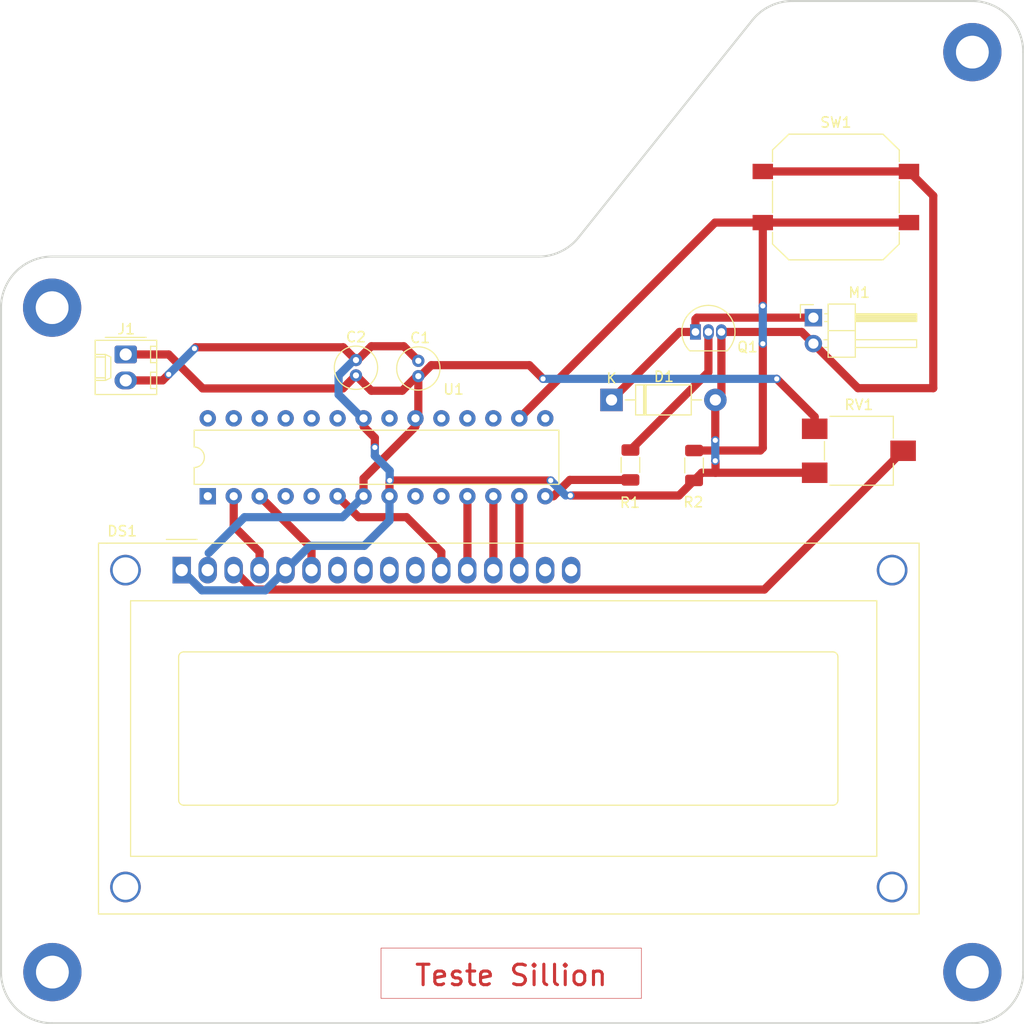
<source format=kicad_pcb>
(kicad_pcb (version 20240108) (generator "pcbnew") (generator_version "8.0")
  (layers (0 "F.Cu" signal) (31 "B.Cu" signal) (34 "B.Paste" user) (35 "F.Paste" user) (36 "B.SilkS" user "B.Silkscreen") (37 "F.SilkS" user "F.Silkscreen") (38 "B.Mask" user) (39 "F.Mask" user) (44 "Edge.Cuts" user))
  (net 0 "")
  (net 1 "+5V")
  (net 2 "GND")
  (net 3 "Net-(D1-K)")
  (net 5 "/B2")
  (net 6 "Net-(DS1-VO)")
  (net 9 "/B1")
  (net 10 "/B3")
  (net 11 "/B0")
  (net 13 "/B4")
  (net 16 "/B5")
  (net 17 "Net-(Q1-B)")
  (net 18 "Net-(U1-PB0)")
  (net 27 "Net-(U1-PB2)")
  (footprint "MountingHole:MountingHole_3.2mm_M3_ISO7380_Pad" (layer "F.Cu") (at 196 145.5)
    (property "Reference" "REF**" (hide yes))
    (property "Value" "MountingHole_3.2mm_M3_ISO7380_Pad" (hide yes))
    (pad "1" thru_hole circle (at 0 0) (size 5.7 5.7) (drill 3.2) (layers "*.Cu" "*.Mask"))
  )
  (footprint "Button_Switch_SMD:SW_Push_1P1T_NO_CK_PTS125Sx43PSMTR" (layer "F.Cu") (at 182.65 69.675)
    (property "Reference" "SW1" (at 0 -7.3 0) (layer "F.SilkS"))
    (property "Value" "SW_Push")
    (fp_line (start -6.2 -4.6) (end -4.6 -6.15) (stroke (width 0.12)) (layer "F.SilkS"))
    (fp_line (start -6.2 -3.45) (end -6.2 -4.6) (stroke (width 0.12)) (layer "F.SilkS"))
    (fp_line (start -6.2 -1.55) (end -6.2 1.55) (stroke (width 0.12)) (layer "F.SilkS"))
    (fp_line (start -6.2 3.45) (end -6.2 4.6) (stroke (width 0.12)) (layer "F.SilkS"))
    (fp_line (start -6.2 4.6) (end -4.6 6.15) (stroke (width 0.12)) (layer "F.SilkS"))
    (fp_line (start -4.6 -6.15) (end 4.6 -6.15) (stroke (width 0.12)) (layer "F.SilkS"))
    (fp_line (start -4.6 6.15) (end 4.6 6.15) (stroke (width 0.12)) (layer "F.SilkS"))
    (fp_line (start 4.6 -6.15) (end 6.2 -4.6) (stroke (width 0.12)) (layer "F.SilkS"))
    (fp_line (start 4.6 6.15) (end 6.2 4.6) (stroke (width 0.12)) (layer "F.SilkS"))
    (fp_line (start 6.2 -3.45) (end 6.2 -4.6) (stroke (width 0.12)) (layer "F.SilkS"))
    (fp_line (start 6.2 -1.55) (end 6.2 1.55) (stroke (width 0.12)) (layer "F.SilkS"))
    (fp_line (start 6.2 3.45) (end 6.2 4.6) (stroke (width 0.12)) (layer "F.SilkS"))
    (pad "" np_thru_hole circle (at 0 -4.5) (size 2 2) (drill 2) (layers "*.Cu" "*.Mask"))
    (pad "" np_thru_hole circle (at 0 4.5) (size 2 2) (drill 2) (layers "*.Cu" "*.Mask"))
    (pad "1" smd rect (at -7.15 -2.5) (size 2 1.5) (layers "F.Cu" "F.Paste" "F.Mask") (net 2 "GND"))
    (pad "1" smd rect (at 7.15 -2.5) (size 2 1.5) (layers "F.Cu" "F.Paste" "F.Mask") (net 2 "GND"))
    (pad "2" smd rect (at -7.15 2.5) (size 2 1.5) (layers "F.Cu" "F.Paste" "F.Mask") (net 27 "Net-(U1-PB2)"))
    (pad "2" smd rect (at 7.15 2.5) (size 2 1.5) (layers "F.Cu" "F.Paste" "F.Mask") (net 27 "Net-(U1-PB2)"))
  )
  (footprint "Capacitor_THT:C_Radial_D4.0mm_H5.0mm_P1.50mm" (layer "F.Cu") (at 135.7 85.625 -90)
    (property "Reference" "C2" (at -2.25 0 180) (layer "F.SilkS"))
    (property "Value" "100nF")
    (fp_circle (center 0.75 0) (end 2.87 0) (stroke (width 0.12)) (fill none) (layer "F.SilkS"))
    (pad "1" thru_hole circle (at 0 0 270) (size 1.2 1.2) (drill 0.6) (layers "*.Cu" "*.Mask") (net 2 "GND"))
    (pad "2" thru_hole circle (at 1.5 0 270) (size 1.2 1.2) (drill 0.6) (layers "*.Cu" "*.Mask") (net 1 "+5V"))
  )
  (footprint "Resistor_SMD:R_1206_3216Metric" (layer "F.Cu") (at 168.775 95.9375 -90)
    (property "Reference" "R2" (at 3.5875 0.075 180) (layer "F.SilkS"))
    (property "Value" "10k")
    (fp_line (start -0.727064 0.91) (end 0.727064 0.91) (stroke (width 0.12)) (layer "F.SilkS"))
    (fp_line (start -0.727064 -0.91) (end 0.727064 -0.91) (stroke (width 0.12)) (layer "F.SilkS"))
    (pad "1" smd roundrect (at -1.4625 0 270) (size 1.125 1.75) (layers "F.Cu" "F.Paste" "F.Mask") (roundrect_rratio 0.222222) (net 27 "Net-(U1-PB2)"))
    (pad "2" smd roundrect (at 1.4625 0 270) (size 1.125 1.75) (layers "F.Cu" "F.Paste" "F.Mask") (roundrect_rratio 0.222222) (net 2 "GND"))
  )
  (footprint "MountingHole:MountingHole_3.2mm_M3_ISO7380_Pad" (layer "F.Cu") (at 196 55.5)
    (property "Reference" "REF**" (hide yes))
    (property "Value" "MountingHole_3.2mm_M3_ISO7380_Pad" (hide yes))
    (pad "1" thru_hole circle (at 0 0) (size 5.7 5.7) (drill 3.2) (layers "*.Cu" "*.Mask"))
  )
  (footprint "Package_DIP:DIP-28_W7.62mm" (layer "F.Cu") (at 121.2 98.945 90)
    (property "Reference" "U1" (at 10.45 24.05 180) (layer "F.SilkS"))
    (property "Value" "ATmega328-P")
    (fp_line (start 6.46 -1.33) (end 4.81 -1.33) (stroke (width 0.12)) (layer "F.SilkS"))
    (fp_line (start 2.81 -1.33) (end 1.16 -1.33) (stroke (width 0.12)) (layer "F.SilkS"))
    (fp_line (start 1.16 -1.33) (end 1.16 34.35) (stroke (width 0.12)) (layer "F.SilkS"))
    (fp_line (start 6.46 34.35) (end 6.46 -1.33) (stroke (width 0.12)) (layer "F.SilkS"))
    (fp_line (start 1.16 34.35) (end 6.46 34.35) (stroke (width 0.12)) (layer "F.SilkS"))
    (fp_arc (start 4.81 -1.33) (mid 3.81 -0.33) (end 2.81 -1.33) (stroke (width 0.12)) (layer "F.SilkS"))
    (pad "1" thru_hole rect (at 0 0 90) (size 1.6 1.6) (drill 0.8) (layers "*.Cu" "*.Mask"))
    (pad "2" thru_hole oval (at 0 2.54 90) (size 1.6 1.6) (drill 0.8) (layers "*.Cu" "*.Mask") (net 11 "/B0"))
    (pad "3" thru_hole oval (at 0 5.08 90) (size 1.6 1.6) (drill 0.8) (layers "*.Cu" "*.Mask") (net 9 "/B1"))
    (pad "4" thru_hole oval (at 0 7.62 90) (size 1.6 1.6) (drill 0.8) (layers "*.Cu" "*.Mask"))
    (pad "5" thru_hole oval (at 0 10.16 90) (size 1.6 1.6) (drill 0.8) (layers "*.Cu" "*.Mask"))
    (pad "6" thru_hole oval (at 0 12.7 90) (size 1.6 1.6) (drill 0.8) (layers "*.Cu" "*.Mask") (net 5 "/B2"))
    (pad "7" thru_hole oval (at 0 15.24 90) (size 1.6 1.6) (drill 0.8) (layers "*.Cu" "*.Mask") (net 1 "+5V"))
    (pad "8" thru_hole oval (at 0 17.78 90) (size 1.6 1.6) (drill 0.8) (layers "*.Cu" "*.Mask") (net 2 "GND"))
    (pad "9" thru_hole oval (at 0 20.32 90) (size 1.6 1.6) (drill 0.8) (layers "*.Cu" "*.Mask"))
    (pad "10" thru_hole oval (at 0 22.86 90) (size 1.6 1.6) (drill 0.8) (layers "*.Cu" "*.Mask"))
    (pad "11" thru_hole oval (at 0 25.4 90) (size 1.6 1.6) (drill 0.8) (layers "*.Cu" "*.Mask") (net 10 "/B3"))
    (pad "12" thru_hole oval (at 0 27.94 90) (size 1.6 1.6) (drill 0.8) (layers "*.Cu" "*.Mask") (net 13 "/B4"))
    (pad "13" thru_hole oval (at 0 30.48 90) (size 1.6 1.6) (drill 0.8) (layers "*.Cu" "*.Mask") (net 16 "/B5"))
    (pad "14" thru_hole oval (at 0 33.02 90) (size 1.6 1.6) (drill 0.8) (layers "*.Cu" "*.Mask") (net 18 "Net-(U1-PB0)"))
    (pad "15" thru_hole oval (at 7.62 33.02 90) (size 1.6 1.6) (drill 0.8) (layers "*.Cu" "*.Mask"))
    (pad "16" thru_hole oval (at 7.62 30.48 90) (size 1.6 1.6) (drill 0.8) (layers "*.Cu" "*.Mask") (net 27 "Net-(U1-PB2)"))
    (pad "17" thru_hole oval (at 7.62 27.94 90) (size 1.6 1.6) (drill 0.8) (layers "*.Cu" "*.Mask"))
    (pad "18" thru_hole oval (at 7.62 25.4 90) (size 1.6 1.6) (drill 0.8) (layers "*.Cu" "*.Mask"))
    (pad "19" thru_hole oval (at 7.62 22.86 90) (size 1.6 1.6) (drill 0.8) (layers "*.Cu" "*.Mask"))
    (pad "20" thru_hole oval (at 7.62 20.32 90) (size 1.6 1.6) (drill 0.8) (layers "*.Cu" "*.Mask") (net 1 "+5V"))
    (pad "21" thru_hole oval (at 7.62 17.78 90) (size 1.6 1.6) (drill 0.8) (layers "*.Cu" "*.Mask"))
    (pad "22" thru_hole oval (at 7.62 15.24 90) (size 1.6 1.6) (drill 0.8) (layers "*.Cu" "*.Mask") (net 2 "GND"))
    (pad "23" thru_hole oval (at 7.62 12.7 90) (size 1.6 1.6) (drill 0.8) (layers "*.Cu" "*.Mask"))
    (pad "24" thru_hole oval (at 7.62 10.16 90) (size 1.6 1.6) (drill 0.8) (layers "*.Cu" "*.Mask"))
    (pad "25" thru_hole oval (at 7.62 7.62 90) (size 1.6 1.6) (drill 0.8) (layers "*.Cu" "*.Mask"))
    (pad "26" thru_hole oval (at 7.62 5.08 90) (size 1.6 1.6) (drill 0.8) (layers "*.Cu" "*.Mask"))
    (pad "27" thru_hole oval (at 7.62 2.54 90) (size 1.6 1.6) (drill 0.8) (layers "*.Cu" "*.Mask"))
    (pad "28" thru_hole oval (at 7.62 0 90) (size 1.6 1.6) (drill 0.8) (layers "*.Cu" "*.Mask"))
  )
  (footprint "MountingHole:MountingHole_3.2mm_M3_ISO7380_Pad" (layer "F.Cu") (at 106 145.5)
    (property "Reference" "REF**" (hide yes))
    (property "Value" "MountingHole_3.2mm_M3_ISO7380_Pad" (hide yes))
    (pad "1" thru_hole circle (at 0 0) (size 5.7 5.7) (drill 3.2) (layers "*.Cu" "*.Mask"))
  )
  (footprint "Display:WC1602A" (layer "F.Cu") (at 118.65 106.175)
    (property "Reference" "DS1" (at -5.82 -3.81 0) (layer "F.SilkS"))
    (property "Value" "WC1602A")
    (fp_line (start -8.14 -2.64) (end -8.14 33.64) (stroke (width 0.12)) (layer "F.SilkS"))
    (fp_line (start -8.14 33.64) (end 72.14 33.64) (stroke (width 0.12)) (layer "F.SilkS"))
    (fp_line (start -8.13 -2.64) (end -7.34 -2.64) (stroke (width 0.12)) (layer "F.SilkS"))
    (fp_line (start -5 3) (end 68 3) (stroke (width 0.12)) (layer "F.SilkS"))
    (fp_line (start -5 28) (end -5 3) (stroke (width 0.12)) (layer "F.SilkS"))
    (fp_line (start -1.5 -3) (end 1.5 -3) (stroke (width 0.12)) (layer "F.SilkS"))
    (fp_line (start -0.29972 22.49932) (end -0.29972 8.5) (stroke (width 0.12)) (layer "F.SilkS"))
    (fp_line (start 0.2 8) (end 63.7 8) (stroke (width 0.12)) (layer "F.SilkS"))
    (fp_line (start 63.70066 23) (end 0.2 23) (stroke (width 0.12)) (layer "F.SilkS"))
    (fp_line (start 64.2 8.5) (end 64.2 22.5) (stroke (width 0.12)) (layer "F.SilkS"))
    (fp_line (start 68 3) (end 68 28) (stroke (width 0.12)) (layer "F.SilkS"))
    (fp_line (start 68 28) (end -5 28) (stroke (width 0.12)) (layer "F.SilkS"))
    (fp_line (start 72.14 -2.64) (end -7.34 -2.64) (stroke (width 0.12)) (layer "F.SilkS"))
    (fp_line (start 72.14 33.64) (end 72.14 -2.64) (stroke (width 0.12)) (layer "F.SilkS"))
    (fp_arc (start -0.29972 8.49884) (mid -0.153162 8.145018) (end 0.20066 7.99846) (stroke (width 0.12)) (layer "F.SilkS"))
    (fp_arc (start 0.20066 22.9997) (mid -0.153162 22.853142) (end -0.29972 22.49932) (stroke (width 0.12)) (layer "F.SilkS"))
    (fp_arc (start 63.7 8) (mid 64.053553 8.146447) (end 64.2 8.5) (stroke (width 0.12)) (layer "F.SilkS"))
    (fp_arc (start 64.20104 22.49932) (mid 64.054473 22.853115) (end 63.70066 22.9997) (stroke (width 0.12)) (layer "F.SilkS"))
    (pad "" thru_hole circle (at -5.4991 0) (size 3 3) (drill 2.5) (layers "*.Cu" "*.Mask"))
    (pad "" thru_hole circle (at -5.4991 31.0007) (size 3 3) (drill 2.5) (layers "*.Cu" "*.Mask"))
    (pad "" thru_hole circle (at 69.49948 31.0007) (size 3 3) (drill 2.5) (layers "*.Cu" "*.Mask"))
    (pad "" thru_hole circle (at 69.5 0) (size 3 3) (drill 2.5) (layers "*.Cu" "*.Mask"))
    (pad "1" thru_hole rect (at 0 0) (size 1.8 2.6) (drill 1.2) (layers "*.Cu" "*.Mask") (net 2 "GND"))
    (pad "2" thru_hole oval (at 2.54 0) (size 1.8 2.6) (drill 1.2) (layers "*.Cu" "*.Mask") (net 1 "+5V"))
    (pad "3" thru_hole oval (at 5.08 0) (size 1.8 2.6) (drill 1.2) (layers "*.Cu" "*.Mask") (net 6 "Net-(DS1-VO)"))
    (pad "4" thru_hole oval (at 7.62 0) (size 1.8 2.6) (drill 1.2) (layers "*.Cu" "*.Mask") (net 11 "/B0"))
    (pad "5" thru_hole oval (at 10.16 0) (size 1.8 2.6) (drill 1.2) (layers "*.Cu" "*.Mask") (net 2 "GND"))
    (pad "6" thru_hole oval (at 12.7 0) (size 1.8 2.6) (drill 1.2) (layers "*.Cu" "*.Mask") (net 9 "/B1"))
    (pad "7" thru_hole oval (at 15.24 0) (size 1.8 2.6) (drill 1.2) (layers "*.Cu" "*.Mask"))
    (pad "8" thru_hole oval (at 17.78 0) (size 1.8 2.6) (drill 1.2) (layers "*.Cu" "*.Mask"))
    (pad "9" thru_hole oval (at 20.32 0) (size 1.8 2.6) (drill 1.2) (layers "*.Cu" "*.Mask"))
    (pad "10" thru_hole oval (at 22.86 0) (size 1.8 2.6) (drill 1.2) (layers "*.Cu" "*.Mask"))
    (pad "11" thru_hole oval (at 25.4 0) (size 1.8 2.6) (drill 1.2) (layers "*.Cu" "*.Mask") (net 5 "/B2"))
    (pad "12" thru_hole oval (at 27.94 0) (size 1.8 2.6) (drill 1.2) (layers "*.Cu" "*.Mask") (net 10 "/B3"))
    (pad "13" thru_hole oval (at 30.48 0) (size 1.8 2.6) (drill 1.2) (layers "*.Cu" "*.Mask") (net 13 "/B4"))
    (pad "14" thru_hole oval (at 33.02 0) (size 1.8 2.6) (drill 1.2) (layers "*.Cu" "*.Mask") (net 16 "/B5"))
    (pad "15" thru_hole oval (at 35.56 0) (size 1.8 2.6) (drill 1.2) (layers "*.Cu" "*.Mask"))
    (pad "16" thru_hole oval (at 38.1 0) (size 1.8 2.6) (drill 1.2) (layers "*.Cu" "*.Mask"))
  )
  (footprint "Connector_PinHeader_2.54mm:PinHeader_1x02_P2.54mm_Horizontal" (layer "F.Cu") (at 180.45 81.475)
    (property "Reference" "M1" (at 4.475 -2.45 0) (layer "F.SilkS"))
    (property "Value" "Motor_DC")
    (fp_line (start -1.27 -1.27) (end 0 -1.27) (stroke (width 0.12)) (layer "F.SilkS"))
    (fp_line (start -1.27 0) (end -1.27 -1.27) (stroke (width 0.12)) (layer "F.SilkS"))
    (fp_line (start 1.042929 2.16) (end 1.44 2.16) (stroke (width 0.12)) (layer "F.SilkS"))
    (fp_line (start 1.042929 2.92) (end 1.44 2.92) (stroke (width 0.12)) (layer "F.SilkS"))
    (fp_line (start 1.11 -0.38) (end 1.44 -0.38) (stroke (width 0.12)) (layer "F.SilkS"))
    (fp_line (start 1.11 0.38) (end 1.44 0.38) (stroke (width 0.12)) (layer "F.SilkS"))
    (fp_line (start 1.44 -1.33) (end 1.44 3.87) (stroke (width 0.12)) (layer "F.SilkS"))
    (fp_line (start 1.44 1.27) (end 4.1 1.27) (stroke (width 0.12)) (layer "F.SilkS"))
    (fp_line (start 1.44 3.87) (end 4.1 3.87) (stroke (width 0.12)) (layer "F.SilkS"))
    (fp_line (start 4.1 -1.33) (end 1.44 -1.33) (stroke (width 0.12)) (layer "F.SilkS"))
    (fp_line (start 4.1 -0.38) (end 10.1 -0.38) (stroke (width 0.12)) (layer "F.SilkS"))
    (fp_line (start 4.1 -0.32) (end 10.1 -0.32) (stroke (width 0.12)) (layer "F.SilkS"))
    (fp_line (start 4.1 -0.2) (end 10.1 -0.2) (stroke (width 0.12)) (layer "F.SilkS"))
    (fp_line (start 4.1 -0.08) (end 10.1 -0.08) (stroke (width 0.12)) (layer "F.SilkS"))
    (fp_line (start 4.1 0.04) (end 10.1 0.04) (stroke (width 0.12)) (layer "F.SilkS"))
    (fp_line (start 4.1 0.16) (end 10.1 0.16) (stroke (width 0.12)) (layer "F.SilkS"))
    (fp_line (start 4.1 0.28) (end 10.1 0.28) (stroke (width 0.12)) (layer "F.SilkS"))
    (fp_line (start 4.1 2.16) (end 10.1 2.16) (stroke (width 0.12)) (layer "F.SilkS"))
    (fp_line (start 4.1 3.87) (end 4.1 -1.33) (stroke (width 0.12)) (layer "F.SilkS"))
    (fp_line (start 10.1 -0.38) (end 10.1 0.38) (stroke (width 0.12)) (layer "F.SilkS"))
    (fp_line (start 10.1 0.38) (end 4.1 0.38) (stroke (width 0.12)) (layer "F.SilkS"))
    (fp_line (start 10.1 2.16) (end 10.1 2.92) (stroke (width 0.12)) (layer "F.SilkS"))
    (fp_line (start 10.1 2.92) (end 4.1 2.92) (stroke (width 0.12)) (layer "F.SilkS"))
    (pad "1" thru_hole rect (at 0 0) (size 1.7 1.7) (drill 1) (layers "*.Cu" "*.Mask") (net 3 "Net-(D1-K)"))
    (pad "2" thru_hole oval (at 0 2.54) (size 1.7 1.7) (drill 1) (layers "*.Cu" "*.Mask") (net 2 "GND"))
  )
  (footprint "Package_TO_SOT_THT:TO-92_Inline" (layer "F.Cu") (at 168.91 82.875)
    (property "Reference" "Q1" (at 5.09 1.475 0) (layer "F.SilkS"))
    (property "Value" "BC547")
    (fp_line (start -0.53 1.85) (end 3.07 1.85) (stroke (width 0.12)) (layer "F.SilkS"))
    (fp_arc (start -0.568478 1.838478) (mid -1.132087 -0.994977) (end 1.27 -2.6) (stroke (width 0.12)) (layer "F.SilkS"))
    (fp_arc (start 1.27 -2.6) (mid 3.672087 -0.994977) (end 3.108478 1.838478) (stroke (width 0.12)) (layer "F.SilkS"))
    (pad "1" thru_hole rect (at 0 0) (size 1.05 1.5) (drill 0.75) (layers "*.Cu" "*.Mask") (net 3 "Net-(D1-K)"))
    (pad "2" thru_hole oval (at 1.27 0) (size 1.05 1.5) (drill 0.75) (layers "*.Cu" "*.Mask") (net 17 "Net-(Q1-B)"))
    (pad "3" thru_hole oval (at 2.54 0) (size 1.05 1.5) (drill 0.75) (layers "*.Cu" "*.Mask") (net 2 "GND"))
  )
  (footprint "MountingHole:MountingHole_3.2mm_M3_ISO7380_Pad" (layer "F.Cu") (at 105.975 80.5)
    (property "Reference" "REF**" (hide yes))
    (property "Value" "MountingHole_3.2mm_M3_ISO7380_Pad" (hide yes))
    (pad "1" thru_hole circle (at 0 0) (size 5.7 5.7) (drill 3.2) (layers "*.Cu" "*.Mask"))
  )
  (footprint "Connector_Molex:Molex_KK-254_AE-6410-02A_1x02_P2.54mm_Vertical" (layer "F.Cu") (at 113.175 85.075 -90)
    (property "Reference" "J1" (at -2.475 -0.05 180) (layer "F.SilkS"))
    (property "Value" "Conn_01x02_Pin")
    (fp_line (start -1.38 2.99) (end 3.92 2.99) (stroke (width 0.12)) (layer "F.SilkS"))
    (fp_line (start 0 2.99) (end 0 1.99) (stroke (width 0.12)) (layer "F.SilkS"))
    (fp_line (start 0.25 2.99) (end 0.25 1.99) (stroke (width 0.12)) (layer "F.SilkS"))
    (fp_line (start 2.29 2.99) (end 2.29 1.99) (stroke (width 0.12)) (layer "F.SilkS"))
    (fp_line (start 3.92 2.99) (end 3.92 -3.03) (stroke (width 0.12)) (layer "F.SilkS"))
    (fp_line (start 0 1.99) (end 2.54 1.99) (stroke (width 0.12)) (layer "F.SilkS"))
    (fp_line (start 0 1.99) (end 0.25 1.46) (stroke (width 0.12)) (layer "F.SilkS"))
    (fp_line (start 2.54 1.99) (end 2.54 2.99) (stroke (width 0.12)) (layer "F.SilkS"))
    (fp_line (start 0.25 1.46) (end 2.29 1.46) (stroke (width 0.12)) (layer "F.SilkS"))
    (fp_line (start 2.29 1.46) (end 2.54 1.99) (stroke (width 0.12)) (layer "F.SilkS"))
    (fp_line (start -1.67 -2) (end -1.67 2) (stroke (width 0.12)) (layer "F.SilkS"))
    (fp_line (start -0.8 -2.43) (end 0.8 -2.43) (stroke (width 0.12)) (layer "F.SilkS"))
    (fp_line (start 0.8 -2.43) (end 0.8 -3.03) (stroke (width 0.12)) (layer "F.SilkS"))
    (fp_line (start 1.74 -2.43) (end 3.34 -2.43) (stroke (width 0.12)) (layer "F.SilkS"))
    (fp_line (start 3.34 -2.43) (end 3.34 -3.03) (stroke (width 0.12)) (layer "F.SilkS"))
    (fp_line (start -1.38 -3.03) (end -1.38 2.99) (stroke (width 0.12)) (layer "F.SilkS"))
    (fp_line (start -0.8 -3.03) (end -0.8 -2.43) (stroke (width 0.12)) (layer "F.SilkS"))
    (fp_line (start 1.74 -3.03) (end 1.74 -2.43) (stroke (width 0.12)) (layer "F.SilkS"))
    (fp_line (start 3.92 -3.03) (end -1.38 -3.03) (stroke (width 0.12)) (layer "F.SilkS"))
    (pad "1" thru_hole roundrect (at 0 0 270) (size 1.74 2.19) (drill 1.19) (layers "*.Cu" "*.Mask") (roundrect_rratio 0.143678) (net 1 "+5V"))
    (pad "2" thru_hole oval (at 2.54 0 270) (size 1.74 2.19) (drill 1.19) (layers "*.Cu" "*.Mask") (net 2 "GND"))
  )
  (footprint "Capacitor_THT:C_Radial_D4.0mm_H5.0mm_P1.50mm" (layer "F.Cu") (at 141.8 87.2 90)
    (property "Reference" "C1" (at 3.75 0.175 180) (layer "F.SilkS"))
    (property "Value" "100nF")
    (fp_circle (center 0.75 0) (end 2.87 0) (stroke (width 0.12)) (fill none) (layer "F.SilkS"))
    (pad "1" thru_hole circle (at 0 0 90) (size 1.2 1.2) (drill 0.6) (layers "*.Cu" "*.Mask") (net 1 "+5V"))
    (pad "2" thru_hole circle (at 1.5 0 90) (size 1.2 1.2) (drill 0.6) (layers "*.Cu" "*.Mask") (net 2 "GND"))
  )
  (footprint "Resistor_SMD:R_1206_3216Metric" (layer "F.Cu") (at 162.55 95.8875 90)
    (property "Reference" "R1" (at -3.6875 -0.05 180) (layer "F.SilkS"))
    (property "Value" "220")
    (fp_line (start -0.727064 -0.91) (end 0.727064 -0.91) (stroke (width 0.12)) (layer "F.SilkS"))
    (fp_line (start -0.727064 0.91) (end 0.727064 0.91) (stroke (width 0.12)) (layer "F.SilkS"))
    (pad "1" smd roundrect (at -1.4625 0 90) (size 1.125 1.75) (layers "F.Cu" "F.Paste" "F.Mask") (roundrect_rratio 0.222222) (net 18 "Net-(U1-PB0)"))
    (pad "2" smd roundrect (at 1.4625 0 90) (size 1.125 1.75) (layers "F.Cu" "F.Paste" "F.Mask") (roundrect_rratio 0.222222) (net 17 "Net-(Q1-B)"))
  )
  (footprint "Diode_THT:D_DO-41_SOD81_P10.16mm_Horizontal" (layer "F.Cu") (at 160.7 89.525)
    (property "Reference" "D1" (at 5.125 -2.275 0) (layer "F.SilkS"))
    (property "Value" "1N4007")
    (fp_line (start 1.34 0) (end 2.36 0) (stroke (width 0.12)) (layer "F.SilkS"))
    (fp_line (start 2.36 -1.47) (end 2.36 1.47) (stroke (width 0.12)) (layer "F.SilkS"))
    (fp_line (start 2.36 1.47) (end 7.8 1.47) (stroke (width 0.12)) (layer "F.SilkS"))
    (fp_line (start 3.14 -1.47) (end 3.14 1.47) (stroke (width 0.12)) (layer "F.SilkS"))
    (fp_line (start 3.26 -1.47) (end 3.26 1.47) (stroke (width 0.12)) (layer "F.SilkS"))
    (fp_line (start 3.38 -1.47) (end 3.38 1.47) (stroke (width 0.12)) (layer "F.SilkS"))
    (fp_line (start 7.8 -1.47) (end 2.36 -1.47) (stroke (width 0.12)) (layer "F.SilkS"))
    (fp_line (start 7.8 1.47) (end 7.8 -1.47) (stroke (width 0.12)) (layer "F.SilkS"))
    (fp_line (start 8.82 0) (end 7.8 0) (stroke (width 0.12)) (layer "F.SilkS"))
    (fp_text user "K" (at 0 -2.1 0) (layer "F.SilkS"))
    (pad "1" thru_hole rect (at 0 0) (size 2.2 2.2) (drill 1.1) (layers "*.Cu" "*.Mask") (net 3 "Net-(D1-K)"))
    (pad "2" thru_hole oval (at 10.16 0) (size 2.2 2.2) (drill 1.1) (layers "*.Cu" "*.Mask") (net 2 "GND"))
  )
  (footprint "Potentiometer_SMD:Potentiometer_ACP_CA6-VSMD_Vertical" (layer "F.Cu") (at 184.9 94.5)
    (property "Reference" "RV1" (at 0 -4.5 0) (layer "F.SilkS"))
    (property "Value" "R_Potentiometer_Trim")
    (fp_line (start -3.37 -0.909) (end -3.37 0.91) (stroke (width 0.12)) (layer "F.SilkS"))
    (fp_line (start -2.834 -3.371) (end 3.37 -3.371) (stroke (width 0.12)) (layer "F.SilkS"))
    (fp_line (start -2.834 3.37) (end 3.37 3.37) (stroke (width 0.12)) (layer "F.SilkS"))
    (fp_line (start 3.37 -3.371) (end 3.37 -1.24) (stroke (width 0.12)) (layer "F.SilkS"))
    (fp_line (start 3.37 1.24) (end 3.37 3.37) (stroke (width 0.12)) (layer "F.SilkS"))
    (pad "1" smd rect (at -4.325 2.15) (size 2.5 2) (layers "F.Cu" "F.Paste" "F.Mask") (net 2 "GND"))
    (pad "2" smd rect (at 4.325 0) (size 2.5 2) (layers "F.Cu" "F.Paste" "F.Mask") (net 6 "Net-(DS1-VO)"))
    (pad "3" smd rect (at -4.325 -2.15) (size 2.5 2) (layers "F.Cu" "F.Paste" "F.Mask") (net 1 "+5V"))
  )
  (gr_arc (start 157.467618 73.634226) (mid 155.73163 75.009497) (end 153.5719 75.499999) (stroke (width 0.2)) (layer "Edge.Cuts"))
  (gr_line (start 100.975 145.5) (end 100.975 80.5) (stroke (width 0.2)) (layer "Edge.Cuts"))
  (gr_arc (start 100.975 80.5) (mid 102.439466 76.964466) (end 105.975 75.5) (stroke (width 0.2)) (layer "Edge.Cuts"))
  (gr_line (start 105.975 75.5) (end 153.5719 75.5) (stroke (width 0.2)) (layer "Edge.Cuts"))
  (gr_line (start 105.975 150.5) (end 195.975 150.5) (stroke (width 0.2)) (layer "Edge.Cuts"))
  (gr_arc (start 195.975 50.5) (mid 199.510534 51.964466) (end 200.975 55.5) (stroke (width 0.2)) (layer "Edge.Cuts"))
  (gr_circle (center 106 145.5) (end 107.5 145.5) (stroke (width 0.2)) (fill none) (layer "Edge.Cuts"))
  (gr_arc (start 200.975 145.5) (mid 199.510534 149.035534) (end 195.975 150.5) (stroke (width 0.2)) (layer "Edge.Cuts"))
  (gr_arc (start 105.975 150.5) (mid 102.439466 149.035534) (end 100.975 145.5) (stroke (width 0.2)) (layer "Edge.Cuts"))
  (gr_line (start 195.975 50.5) (end 178.3781 50.5) (stroke (width 0.2)) (layer "Edge.Cuts"))
  (gr_circle (center 196 145.5) (end 197.5 145.5) (stroke (width 0.2)) (fill none) (layer "Edge.Cuts"))
  (gr_circle (center 196 55.5) (end 197.5 55.5) (stroke (width 0.2)) (fill none) (layer "Edge.Cuts"))
  (gr_line (start 200.975 145.5) (end 200.975 55.5) (stroke (width 0.2)) (layer "Edge.Cuts"))
  (gr_arc (start 174.46516 52.387299) (mid 176.205947 50.996473) (end 178.3781 50.5) (stroke (width 0.2)) (layer "Edge.Cuts"))
  (gr_line (start 174.46516 52.387299) (end 157.467618 73.634226) (stroke (width 0.2)) (layer "Edge.Cuts"))
  (gr_circle (center 105.975 80.5) (end 107.475 80.5) (stroke (width 0.2)) (fill none) (layer "Edge.Cuts"))
  (gr_line (start 153.5719 75.499999) (end 153.5719 75.5) (stroke (width 0.2)) (layer "Edge.Cuts"))
  (gr_text_box "Teste Sillion" (start 138.15 143.15) (end 163.625 148.075) (layer "F.Cu") (effects (font (size 2 2) (thickness 0.3)) (justify top)) (border yes) (stroke (width 0.05)))
  (segment (start 135.7 87.125) (end 137.2 88.625) (width 0.8) (layer "F.Cu") (net 1))
  (segment (start 136.44 98.945) (end 136.44 97.21) (width 0.8) (layer "F.Cu") (net 1))
  (segment (start 180.575 91.175) (end 180.575 92.35) (width 0.8) (layer "F.Cu") (net 1))
  (segment (start 113.175 85.075) (end 117.375 85.075) (width 0.8) (layer "F.Cu") (net 1))
  (segment (start 137.2 88.625) (end 140.225 88.625) (width 0.8) (layer "F.Cu") (net 1))
  (segment (start 141.997057 87.2) (end 141.8 87.2) (width 0.8) (layer "F.Cu") (net 1))
  (segment (start 141.9 91.75) (end 141.525 92.125) (width 0.5) (layer "F.Cu") (net 1))
  (segment (start 134.425 88.4) (end 135.7 87.125) (width 0.8) (layer "F.Cu") (net 1))
  (segment (start 120.7 88.4) (end 134.425 88.4) (width 0.8) (layer "F.Cu") (net 1))
  (segment (start 140.225 88.625) (end 141.725 87.125) (width 0.8) (layer "F.Cu") (net 1))
  (segment (start 152.662502 86.125) (end 143.072057 86.125) (width 0.8) (layer "F.Cu") (net 1))
  (segment (start 117.375 85.075) (end 120.7 88.4) (width 0.8) (layer "F.Cu") (net 1))
  (segment (start 136.44 97.21) (end 141.525 92.125) (width 0.8) (layer "F.Cu") (net 1))
  (segment (start 141.725 87.125) (end 141.8 87.2) (width 0.5) (layer "F.Cu") (net 1))
  (segment (start 154.000002 87.4625) (end 152.662502 86.125) (width 0.8) (layer "F.Cu") (net 1))
  (segment (start 143.072057 86.125) (end 141.997057 87.2) (width 0.8) (layer "F.Cu") (net 1))
  (segment (start 176.8625 87.4625) (end 180.575 91.175) (width 0.8) (layer "F.Cu") (net 1))
  (segment (start 141.8 87.2) (end 141.8 90.975) (width 0.8) (layer "F.Cu") (net 1))
  (via (at 176.8625 87.4625) (size 0.8) (drill 0.5) (layers "F.Cu" "B.Cu") (net 1))
  (via (at 154.000002 87.4625) (size 0.8) (drill 0.5) (layers "F.Cu" "B.Cu") (net 1))
  (segment (start 176.8625 87.4625) (end 154.000002 87.4625) (width 0.8) (layer "B.Cu") (net 1))
  (segment (start 124.795 100.995) (end 134.39 100.995) (width 0.8) (layer "B.Cu") (net 1))
  (segment (start 134.39 100.995) (end 136.44 98.945) (width 0.8) (layer "B.Cu") (net 1))
  (segment (start 121.29 104.5) (end 124.795 100.995) (width 0.8) (layer "B.Cu") (net 1))
  (segment (start 170.85 95.475) (end 170.875 95.5) (width 0.8) (layer "F.Cu") (net 2))
  (segment (start 140.375 84.275) (end 137.2 84.275) (width 0.8) (layer "F.Cu") (net 2))
  (segment (start 170.875 95.5) (end 170.875 96.65) (width 0.8) (layer "F.Cu") (net 2))
  (segment (start 179.31 82.875) (end 180.45 84.015) (width 0.8) (layer "F.Cu") (net 2))
  (segment (start 170.875 96.65) (end 169.525 96.65) (width 0.8) (layer "F.Cu") (net 2))
  (segment (start 117.375 87.025) (end 116.785 87.615) (width 0.8) (layer "F.Cu") (net 2))
  (segment (start 192.175 69.55) (end 192.175 88.375) (width 0.8) (layer "F.Cu") (net 2))
  (segment (start 120.025 84.375) (end 119.9 84.5) (width 0.8) (layer "F.Cu") (net 2))
  (segment (start 116.785 87.615) (end 113.175 87.615) (width 0.8) (layer "F.Cu") (net 2))
  (segment (start 171.45 88.935) (end 170.86 89.525) (width 0.8) (layer "F.Cu") (net 2))
  (segment (start 180.475 96.55) (end 180.575 96.65) (width 0.5) (layer "F.Cu") (net 2))
  (segment (start 135.7 85.625) (end 134.45 84.375) (width 0.8) (layer "F.Cu") (net 2))
  (segment (start 141.8 85.7) (end 140.375 84.275) (width 0.8) (layer "F.Cu") (net 2))
  (segment (start 137.544669 93.224669) (end 136.445 92.125) (width 0.8) (layer "F.Cu") (net 2))
  (segment (start 154.75 97.404669) (end 139 97.404669) (width 0.8) (layer "F.Cu") (net 2))
  (segment (start 156.675 98.875) (end 167.3 98.875) (width 0.8) (layer "F.Cu") (net 2))
  (segment (start 138.98 97.424669) (end 138.98 98.945) (width 0.8) (layer "F.Cu") (net 2))
  (segment (start 169.525 96.65) (end 168.775 97.4) (width 0.8) (layer "F.Cu") (net 2))
  (segment (start 135.775 85.7) (end 135.7 85.625) (width 0.5) (layer "F.Cu") (net 2))
  (segment (start 139 97.404669) (end 138.98 97.424669) (width 0.8) (layer "F.Cu") (net 2))
  (segment (start 167.3 98.875) (end 168.775 97.4) (width 0.8) (layer "F.Cu") (net 2))
  (segment (start 180.575 96.65) (end 170.875 96.65) (width 0.8) (layer "F.Cu") (net 2))
  (segment (start 171.45 82.875) (end 171.45 88.935) (width 0.8) (layer "F.Cu") (net 2))
  (segment (start 137.544669 94.175) (end 137.544669 93.224669) (width 0.8) (layer "F.Cu") (net 2))
  (segment (start 134.45 84.375) (end 120.025 84.375) (width 0.8) (layer "F.Cu") (net 2))
  (segment (start 189.8 67.175) (end 192.175 69.55) (width 0.8) (layer "F.Cu") (net 2))
  (segment (start 171.45 82.875) (end 179.31 82.875) (width 0.8) (layer "F.Cu") (net 2))
  (segment (start 175.5 67.175) (end 189.8 67.175) (width 0.8) (layer "F.Cu") (net 2))
  (segment (start 170.85 89.035) (end 170.85 93.225) (width 0.8) (layer "F.Cu") (net 2))
  (segment (start 184.81 88.375) (end 180.45 84.015) (width 0.8) (layer "F.Cu") (net 2))
  (segment (start 137.2 84.275) (end 135.775 85.7) (width 0.8) (layer "F.Cu") (net 2))
  (segment (start 192.175 88.375) (end 184.81 88.375) (width 0.8) (layer "F.Cu") (net 2))
  (via (at 154.75 97.404669) (size 0.8) (drill 0.5) (layers "F.Cu" "B.Cu") (net 2))
  (via (at 139 97.404669) (size 0.8) (drill 0.5) (layers "F.Cu" "B.Cu") (net 2))
  (via (at 119.9 84.5) (size 0.8) (drill 0.5) (layers "F.Cu" "B.Cu") (net 2))
  (via (at 170.85 93.475) (size 0.8) (drill 0.5) (layers "F.Cu" "B.Cu") (net 2))
  (via (at 156.675 98.875) (size 0.8) (drill 0.5) (layers "F.Cu" "B.Cu") (net 2))
  (via (at 137.544669 94.175) (size 0.8) (drill 0.5) (layers "F.Cu" "B.Cu") (net 2))
  (via (at 117.375 87.025) (size 0.8) (drill 0.5) (layers "F.Cu" "B.Cu") (net 2))
  (via (at 170.85 95.475) (size 0.8) (drill 0.5) (layers "F.Cu" "B.Cu") (net 2))
  (segment (start 138.98 101.325) (end 138.98 98.945) (width 0.8) (layer "B.Cu") (net 2))
  (segment (start 126.835 108.15) (end 128.81 106.175) (width 0.8) (layer "B.Cu") (net 2))
  (segment (start 134 89.005) (end 136.345 91.35) (width 0.8) (layer "B.Cu") (net 2))
  (segment (start 135.502943 85.625) (end 134 87.127943) (width 0.8) (layer "B.Cu") (net 2))
  (segment (start 139 96.45) (end 137.544669 94.994669) (width 0.8) (layer "B.Cu") (net 2))
  (segment (start 136.505 103.8) (end 138.98 101.325) (width 0.8) (layer "B.Cu") (net 2))
  (segment (start 135.7 85.625) (end 135.502943 85.625) (width 0.8) (layer "B.Cu") (net 2))
  (segment (start 137.544669 94.994669) (end 137.544669 94.175) (width 0.8) (layer "B.Cu") (net 2))
  (segment (start 117.375 87.025) (end 119.9 84.5) (width 0.8) (layer "B.Cu") (net 2))
  (segment (start 134 87.127943) (end 134 89.005) (width 0.8) (layer "B.Cu") (net 2))
  (segment (start 139 97.404669) (end 139 96.45) (width 0.8) (layer "B.Cu") (net 2))
  (segment (start 156.220331 98.875) (end 154.75 97.404669) (width 0.8) (layer "B.Cu") (net 2))
  (segment (start 170.85 93.475) (end 170.85 95.475) (width 0.8) (layer "B.Cu") (net 2))
  (segment (start 128.81 106.175) (end 131.185 103.8) (width 0.8) (layer "B.Cu") (net 2))
  (segment (start 156.675 98.875) (end 156.220331 98.875) (width 0.5) (layer "B.Cu") (net 2))
  (segment (start 131.185 103.8) (end 136.505 103.8) (width 0.8) (layer "B.Cu") (net 2))
  (segment (start 118.65 106.175) (end 120.625 108.15) (width 0.8) (layer "B.Cu") (net 2))
  (segment (start 120.625 108.15) (end 126.835 108.15) (width 0.8) (layer "B.Cu") (net 2))
  (segment (start 168.91 81.625) (end 169.06 81.475) (width 0.8) (layer "F.Cu") (net 3))
  (segment (start 168.91 82.875) (end 168.91 81.625) (width 0.8) (layer "F.Cu") (net 3))
  (segment (start 160.7 89.525) (end 167.35 82.875) (width 0.8) (layer "F.Cu") (net 3))
  (segment (start 169.06 81.475) (end 180.45 81.475) (width 0.8) (layer "F.Cu") (net 3))
  (segment (start 180.425 81.45) (end 180.45 81.475) (width 0.5) (layer "F.Cu") (net 3))
  (segment (start 167.35 82.875) (end 168.91 82.875) (width 0.8) (layer "F.Cu") (net 3))
  (segment (start 144.05 104.4) (end 144.05 106.175) (width 0.8) (layer "F.Cu") (net 5))
  (segment (start 140.645 100.995) (end 144.05 104.4) (width 0.8) (layer "F.Cu") (net 5))
  (segment (start 135.95 100.995) (end 140.645 100.995) (width 0.8) (layer "F.Cu") (net 5))
  (segment (start 133.9 98.945) (end 135.95 100.995) (width 0.8) (layer "F.Cu") (net 5))
  (segment (start 175.65 108.075) (end 125.63 108.075) (width 0.8) (layer "F.Cu") (net 6))
  (segment (start 189.225 94.5) (end 175.65 108.075) (width 0.8) (layer "F.Cu") (net 6))
  (segment (start 125.63 108.075) (end 123.73 106.175) (width 0.8) (layer "F.Cu") (net 6))
  (segment (start 126.285 98.949998) (end 126.28 98.944998) (width 0.5) (layer "F.Cu") (net 9))
  (segment (start 131.35 104.014998) (end 126.28 98.944998) (width 0.8) (layer "F.Cu") (net 9))
  (segment (start 131.35 106.175) (end 131.35 104.014998) (width 0.8) (layer "F.Cu") (net 9))
  (segment (start 146.605 106.16) (end 146.59 106.175) (width 0.8) (layer "F.Cu") (net 10))
  (segment (start 146.605 99.745) (end 146.605 106.16) (width 0.8) (layer "F.Cu") (net 10))
  (segment (start 126.27 104.4) (end 126.27 106.175) (width 0.8) (layer "F.Cu") (net 11))
  (segment (start 123.74 101.87) (end 126.27 104.4) (width 0.8) (layer "F.Cu") (net 11))
  (segment (start 123.74 98.945) (end 123.74 101.87) (width 0.8) (layer "F.Cu") (net 11))
  (segment (start 149.145 99.745) (end 149.145 106.16) (width 0.8) (layer "F.Cu") (net 13))
  (segment (start 149.145 106.16) (end 149.13 106.175) (width 0.8) (layer "F.Cu") (net 13))
  (segment (start 151.685 99.745) (end 151.685 106.16) (width 0.8) (layer "F.Cu") (net 16))
  (segment (start 151.685 106.16) (end 151.67 106.175) (width 0.8) (layer "F.Cu") (net 16))
  (segment (start 162.55 94.425) (end 170.18 86.795) (width 0.8) (layer "F.Cu") (net 17))
  (segment (start 170.18 86.795) (end 170.18 82.875) (width 0.8) (layer "F.Cu") (net 17))
  (segment (start 156.62 97.35) (end 155.025 98.945) (width 0.8) (layer "F.Cu") (net 18))
  (segment (start 162.55 97.35) (end 156.62 97.35) (width 0.8) (layer "F.Cu") (net 18))
  (segment (start 155.025 98.945) (end 154.22 98.945) (width 0.8) (layer "F.Cu") (net 18))
  (segment (start 175.5 94.225) (end 175.25 94.475) (width 0.8) (layer "F.Cu") (net 27))
  (segment (start 170.83 72.175) (end 151.68 91.325) (width 0.8) (layer "F.Cu") (net 27))
  (segment (start 175.25 94.475) (end 168.775 94.475) (width 0.8) (layer "F.Cu") (net 27))
  (segment (start 189.8 72.175) (end 175.5 72.175) (width 0.8) (layer "F.Cu") (net 27))
  (segment (start 175.5 84.025) (end 175.5 94.225) (width 0.8) (layer "F.Cu") (net 27))
  (segment (start 175.5 72.175) (end 170.83 72.175) (width 0.8) (layer "F.Cu") (net 27))
  (segment (start 175.5 72.175) (end 175.5 80.325) (width 0.8) (layer "F.Cu") (net 27))
  (via (at 175.5 84.025) (size 0.8) (drill 0.5) (layers "F.Cu" "B.Cu") (net 27))
  (via (at 175.5 80.325) (size 0.8) (drill 0.5) (layers "F.Cu" "B.Cu") (net 27))
  (segment (start 175.5 80.325) (end 175.5 84.025) (width 0.8) (layer "B.Cu") (net 27))
)
</source>
